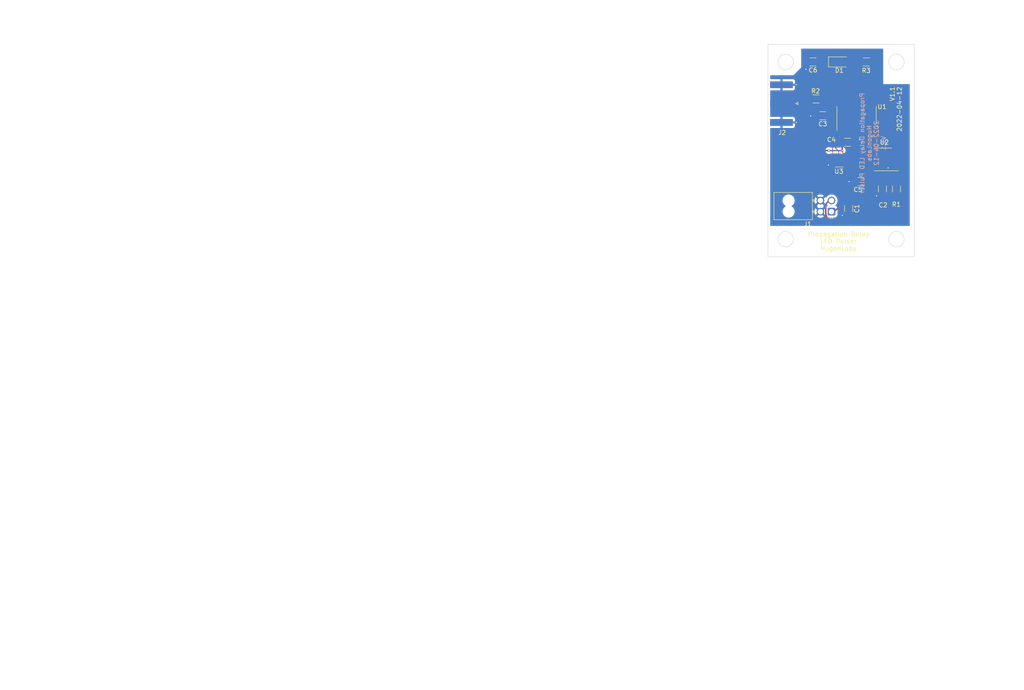
<source format=kicad_pcb>
(kicad_pcb (version 20211014) (generator pcbnew)
  (title_block (title "Propagation Delay LED Pulser") (date "2022-04-12") (rev "1.1") (company "HugonLabs"))
  (layers (0 "F.Cu" signal) (31 "B.Cu" signal) (34 "B.Paste" user) (35 "F.Paste" user) (36 "B.SilkS" user "B.Silkscreen") (37 "F.SilkS" user "F.Silkscreen") (38 "B.Mask" user) (39 "F.Mask" user) (44 "Edge.Cuts" user))
  (net 0 "")
  (net 1 "VCC")
  (net 2 "GND")
  (net 3 "Net-(D1-Pad2)")
  (net 4 "/Timer_THR")
  (net 5 "Net-(J2-Pad1)")
  (net 6 "/LED_Anode")
  (net 7 "/Timer_out")
  (net 8 "/Pulser_out")
  (net 9 "/drive_pulse_out_r")
  (net 10 "/drive_led_r")
  (net 11 "/Inv1to2")
  (net 12 "/Inv2to3")
  (net 13 "/Inv3toNand")
  (footprint "Capacitor_SMD:C_1206_3216Metric_Pad1.33x1.80mm_HandSolder" (layer "F.Cu") (at 217.41 78.712 180)
    (fp_text reference "C5" (at 0.700011 -1.825009 180) (layer "F.SilkS"))
    (fp_text value "0.1u")
    (fp_line (start -0.711252 0.91) (end 0.711252 0.91) (layer "F.SilkS") (width 0.12))
    (fp_line (start -0.711252 -0.91) (end 0.711252 -0.91) (layer "F.SilkS") (width 0.12))
    (pad "1" smd roundrect (at -1.5625 0 180) (size 1.325 1.8) (layers "F.Cu" "F.Paste" "F.Mask") (roundrect_rratio 0.188679) (net 1 "VCC"))
    (pad "2" smd roundrect (at 1.5625 0 180) (size 1.325 1.8) (layers "F.Cu" "F.Paste" "F.Mask") (roundrect_rratio 0.188679) (net 2 "GND"))
  )
  (footprint "Capacitor_SMD:C_1206_3216Metric_Pad1.33x1.80mm_HandSolder" (layer "F.Cu") (at 206.572489 51.712009 180)
    (fp_text reference "C6" (at 0 -1.85 180) (layer "F.SilkS"))
    (fp_text value "1u")
    (fp_line (start -0.711252 0.91) (end 0.711252 0.91) (layer "F.SilkS") (width 0.12))
    (fp_line (start -0.711252 -0.91) (end 0.711252 -0.91) (layer "F.SilkS") (width 0.12))
    (pad "1" smd roundrect (at -1.5625 0 180) (size 1.325 1.8) (layers "F.Cu" "F.Paste" "F.Mask") (roundrect_rratio 0.188679) (net 6 "/LED_Anode"))
    (pad "2" smd roundrect (at 1.5625 0 180) (size 1.325 1.8) (layers "F.Cu" "F.Paste" "F.Mask") (roundrect_rratio 0.188679) (net 2 "GND"))
  )
  (footprint "Capacitor_SMD:C_1206_3216Metric_Pad1.33x1.80mm_HandSolder" (layer "F.Cu") (at 214.627 84.804 -90)
    (fp_text reference "C1" (at 0 -1.85 -90) (layer "F.SilkS"))
    (fp_text value "22u")
    (fp_line (start -0.711252 0.91) (end 0.711252 0.91) (layer "F.SilkS") (width 0.12))
    (fp_line (start -0.711252 -0.91) (end 0.711252 -0.91) (layer "F.SilkS") (width 0.12))
    (pad "1" smd roundrect (at -1.5625 0 270) (size 1.325 1.8) (layers "F.Cu" "F.Paste" "F.Mask") (roundrect_rratio 0.188679) (net 1 "VCC"))
    (pad "2" smd roundrect (at 1.5625 0 270) (size 1.325 1.8) (layers "F.Cu" "F.Paste" "F.Mask") (roundrect_rratio 0.188679) (net 2 "GND"))
  )
  (footprint "Package_TO_SOT_SMD:SOT-23-5_HandSoldering" (layer "F.Cu") (at 212.509989 73.812009)
    (fp_text reference "U3" (at -0.1 2.6) (layer "F.SilkS"))
    (fp_text value "74AHC1G00")
    (fp_line (start 0.9 -1.61) (end -1.55 -1.61) (layer "F.SilkS") (width 0.12))
    (fp_line (start -0.9 1.61) (end 0.9 1.61) (layer "F.SilkS") (width 0.12))
    (pad "1" smd rect (at -1.35 -0.95) (size 1.56 0.65) (layers "F.Cu" "F.Paste" "F.Mask") (net 7 "/Timer_out"))
    (pad "2" smd rect (at -1.35 0) (size 1.56 0.65) (layers "F.Cu" "F.Paste" "F.Mask") (net 13 "/Inv3toNand"))
    (pad "3" smd rect (at -1.35 0.95) (size 1.56 0.65) (layers "F.Cu" "F.Paste" "F.Mask") (net 2 "GND"))
    (pad "4" smd rect (at 1.35 0.95) (size 1.56 0.65) (layers "F.Cu" "F.Paste" "F.Mask") (net 8 "/Pulser_out"))
    (pad "5" smd rect (at 1.35 -0.95) (size 1.56 0.65) (layers "F.Cu" "F.Paste" "F.Mask") (net 1 "VCC"))
  )
  (footprint "Capacitor_SMD:C_1206_3216Metric_Pad1.33x1.80mm_HandSolder" (layer "F.Cu") (at 222.246989 80.362009 -90)
    (fp_text reference "C2" (at 3.65 -0.138 180) (layer "F.SilkS"))
    (fp_text value "1n")
    (fp_line (start -0.711252 0.91) (end 0.711252 0.91) (layer "F.SilkS") (width 0.12))
    (fp_line (start -0.711252 -0.91) (end 0.711252 -0.91) (layer "F.SilkS") (width 0.12))
    (pad "1" smd roundrect (at -1.5625 0 270) (size 1.325 1.8) (layers "F.Cu" "F.Paste" "F.Mask") (roundrect_rratio 0.1886792453) (net 4 "/Timer_THR"))
    (pad "2" smd roundrect (at 1.5625 0 270) (size 1.325 1.8) (layers "F.Cu" "F.Paste" "F.Mask") (roundrect_rratio 0.1886792453) (net 2 "GND"))
  )
  (footprint "Capacitor_SMD:C_1206_3216Metric_Pad1.33x1.80mm_HandSolder" (layer "F.Cu") (at 214.384989 69.837009)
    (fp_text reference "C4" (at -3.65 -0.575) (layer "F.SilkS"))
    (fp_text value "0.1u")
    (fp_line (start -0.711252 -0.91) (end 0.711252 -0.91) (layer "F.SilkS") (width 0.12))
    (fp_line (start -0.711252 0.91) (end 0.711252 0.91) (layer "F.SilkS") (width 0.12))
    (pad "1" smd roundrect (at -1.5625 0) (size 1.325 1.8) (layers "F.Cu" "F.Paste" "F.Mask") (roundrect_rratio 0.188679) (net 1 "VCC"))
    (pad "2" smd roundrect (at 1.5625 0) (size 1.325 1.8) (layers "F.Cu" "F.Paste" "F.Mask") (roundrect_rratio 0.188679) (net 2 "GND"))
  )
  (footprint "Package_SO:SOIC-8_3.9x4.9mm_P1.27mm" (layer "F.Cu") (at 222.409989 73.712009 180)
    (fp_text reference "U2" (at -0.275 3.875) (layer "F.SilkS"))
    (fp_text value "ICM7555xB")
    (fp_line (start 0 2.56) (end 1.95 2.56) (layer "F.SilkS") (width 0.12))
    (fp_line (start 0 -2.56) (end -3.45 -2.56) (layer "F.SilkS") (width 0.12))
    (fp_line (start 0 2.56) (end -1.95 2.56) (layer "F.SilkS") (width 0.12))
    (fp_line (start 0 -2.56) (end 1.95 -2.56) (layer "F.SilkS") (width 0.12))
    (pad "1" smd roundrect (at -2.475 -1.905 180) (size 1.95 0.6) (layers "F.Cu" "F.Paste" "F.Mask") (net 2 "GND"))
    (pad "2" smd roundrect (at -2.475 -0.635 180) (size 1.95 0.6) (layers "F.Cu" "F.Paste" "F.Mask") (net 4 "/Timer_THR"))
    (pad "3" smd roundrect (at -2.475 0.635 180) (size 1.95 0.6) (layers "F.Cu" "F.Paste" "F.Mask") (net 7 "/Timer_out"))
    (pad "4" smd roundrect (at -2.475 1.905 180) (size 1.95 0.6) (layers "F.Cu" "F.Paste" "F.Mask") (net 1 "VCC"))
    (pad "5" smd roundrect (at 2.475 1.905 180) (size 1.95 0.6) (layers "F.Cu" "F.Paste" "F.Mask"))
    (pad "6" smd roundrect (at 2.475 0.635 180) (size 1.95 0.6) (layers "F.Cu" "F.Paste" "F.Mask") (net 4 "/Timer_THR"))
    (pad "7" smd roundrect (at 2.475 -0.635 180) (size 1.95 0.6) (layers "F.Cu" "F.Paste" "F.Mask"))
    (pad "8" smd roundrect (at 2.475 -1.905 180) (size 1.95 0.6) (layers "F.Cu" "F.Paste" "F.Mask") (net 1 "VCC"))
  )
  (footprint "Resistor_SMD:R_1206_3216Metric_Pad1.30x1.75mm_HandSolder" (layer "F.Cu") (at 207.259989 60.062009 180)
    (fp_text reference "R2" (at 0.1 1.775) (layer "F.SilkS"))
    (fp_text value "50R")
    (fp_line (start -0.727064 -0.91) (end 0.727064 -0.91) (layer "F.SilkS") (width 0.12))
    (fp_line (start -0.727064 0.91) (end 0.727064 0.91) (layer "F.SilkS") (width 0.12))
    (pad "1" smd roundrect (at -1.55 0 180) (size 1.3 1.75) (layers "F.Cu" "F.Paste" "F.Mask") (roundrect_rratio 0.1923076923) (net 9 "/drive_pulse_out_r"))
    (pad "2" smd roundrect (at 1.55 0 180) (size 1.3 1.75) (layers "F.Cu" "F.Paste" "F.Mask") (roundrect_rratio 0.1923076923) (net 5 "Net-(J2-Pad1)"))
  )
  (footprint "Connector_Molex:Molex_Nano-Fit_105314-xx04_2x02_P2.50mm_Horizontal" (layer "F.Cu") (at 210.75 85.492 180)
    (fp_text reference "J1" (at 5.365011 -2.795009) (layer "F.SilkS"))
    (fp_text value "Power/Bias In")
    (fp_line (start 4.31 -0.15) (end 3.61 -0.15) (layer "F.SilkS") (width 0.12))
    (fp_line (start 4.31 2.35) (end 3.61 2.35) (layer "F.SilkS") (width 0.12))
    (fp_line (start -0.3 -1.534264) (end 0 -1.11) (layer "F.SilkS") (width 0.12))
    (fp_line (start 4.31 2.65) (end 4.31 2.35) (layer "F.SilkS") (width 0.12))
    (fp_line (start 12.99 4.33) (end 12.99 -1.83) (layer "F.SilkS") (width 0.12))
    (fp_line (start 0.3 -1.534264) (end -0.3 -1.534264) (layer "F.SilkS") (width 0.12))
    (fp_line (start 3.61 -0.15) (end 3.61 0.15) (layer "F.SilkS") (width 0.12))
    (fp_line (start 3.61 2.65) (end 4.31 2.65) (layer "F.SilkS") (width 0.12))
    (fp_line (start 4.31 4.33) (end 12.99 4.33) (layer "F.SilkS") (width 0.12))
    (fp_line (start 4.31 0.15) (end 4.31 -0.15) (layer "F.SilkS") (width 0.12))
    (fp_line (start 3.61 0.15) (end 4.31 0.15) (layer "F.SilkS") (width 0.12))
    (fp_line (start 4.31 -1.83) (end 4.31 4.33) (layer "F.SilkS") (width 0.12))
    (fp_line (start 12.99 -1.83) (end 4.31 -1.83) (layer "F.SilkS") (width 0.12))
    (fp_line (start 0 -1.11) (end 0.3 -1.534264) (layer "F.SilkS") (width 0.12))
    (fp_line (start 3.61 2.35) (end 3.61 2.65) (layer "F.SilkS") (width 0.12))
    (pad "" np_thru_hole circle (at 9.68 0 180) (size 1.7 1.7) (drill 1.7) (layers *.Cu *.Mask))
    (pad "" np_thru_hole circle (at 9.68 2.5 180) (size 1.7 1.7) (drill 1.7) (layers *.Cu *.Mask))
    (pad "1" thru_hole roundrect (at 0 0 180) (size 1.7 1.7) (drill 1.2) (layers *.Cu *.Mask) (roundrect_rratio 0.1470588235) (net 1 "VCC"))
    (pad "2" thru_hole circle (at 0 2.5 180) (size 1.7 1.7) (drill 1.2) (layers *.Cu *.Mask) (net 6 "/LED_Anode"))
    (pad "3" thru_hole circle (at 2.5 0 180) (size 1.7 1.7) (drill 1.2) (layers *.Cu *.Mask) (net 2 "GND"))
    (pad "4" thru_hole circle (at 2.5 2.5 180) (size 1.7 1.7) (drill 1.2) (layers *.Cu *.Mask) (net 2 "GND"))
  )
  (footprint "Resistor_SMD:R_1206_3216Metric_Pad1.30x1.75mm_HandSolder" (layer "F.Cu") (at 225.409989 80.362009 -90)
    (fp_text reference "R1" (at 3.5 0.025 -180) (layer "F.SilkS"))
    (fp_text value "72K")
    (fp_line (start -0.727064 0.91) (end 0.727064 0.91) (layer "F.SilkS") (width 0.12))
    (fp_line (start -0.727064 -0.91) (end 0.727064 -0.91) (layer "F.SilkS") (width 0.12))
    (pad "1" smd roundrect (at -1.55 0 270) (size 1.3 1.75) (layers "F.Cu" "F.Paste" "F.Mask") (roundrect_rratio 0.1923076923) (net 7 "/Timer_out"))
    (pad "2" smd roundrect (at 1.55 0 270) (size 1.3 1.75) (layers "F.Cu" "F.Paste" "F.Mask") (roundrect_rratio 0.1923076923) (net 4 "/Timer_THR"))
  )
  (footprint "Capacitor_SMD:C_1206_3216Metric_Pad1.33x1.80mm_HandSolder" (layer "F.Cu") (at 208.784989 63.862009 180)
    (fp_text reference "C3" (at 0 -1.85 180) (layer "F.SilkS"))
    (fp_text value "0.1u")
    (fp_line (start -0.711252 -0.91) (end 0.711252 -0.91) (layer "F.SilkS") (width 0.12))
    (fp_line (start -0.711252 0.91) (end 0.711252 0.91) (layer "F.SilkS") (width 0.12))
    (pad "1" smd roundrect (at -1.5625 0 180) (size 1.325 1.8) (layers "F.Cu" "F.Paste" "F.Mask") (roundrect_rratio 0.188679) (net 1 "VCC"))
    (pad "2" smd roundrect (at 1.5625 0 180) (size 1.325 1.8) (layers "F.Cu" "F.Paste" "F.Mask") (roundrect_rratio 0.188679) (net 2 "GND"))
  )
  (footprint "Package_SO:SOIC-14_3.9x8.7mm_P1.27mm" (layer "F.Cu") (at 216.409989 63.712009 90)
    (fp_text reference "U1" (at 1.9 5.75 180) (layer "F.SilkS"))
    (fp_text value "74AC14")
    (fp_line (start 0 4.435) (end -1.95 4.435) (layer "F.SilkS") (width 0.12))
    (fp_line (start 0 -4.435) (end -3.45 -4.435) (layer "F.SilkS") (width 0.12))
    (fp_line (start 0 4.435) (end 1.95 4.435) (layer "F.SilkS") (width 0.12))
    (fp_line (start 0 -4.435) (end 1.95 -4.435) (layer "F.SilkS") (width 0.12))
    (pad "1" smd roundrect (at -2.475 -3.81 90) (size 1.95 0.6) (layers "F.Cu" "F.Paste" "F.Mask") (net 7 "/Timer_out"))
    (pad "2" smd roundrect (at -2.475 -2.54 90) (size 1.95 0.6) (layers "F.Cu" "F.Paste" "F.Mask") (net 11 "/Inv1to2"))
    (pad "3" smd roundrect (at -2.475 -1.27 90) (size 1.95 0.6) (layers "F.Cu" "F.Paste" "F.Mask") (net 11 "/Inv1to2"))
    (pad "4" smd roundrect (at -2.475 0 90) (size 1.95 0.6) (layers "F.Cu" "F.Paste" "F.Mask") (net 12 "/Inv2to3"))
    (pad "5" smd roundrect (at -2.475 1.27 90) (size 1.95 0.6) (layers "F.Cu" "F.Paste" "F.Mask") (net 12 "/Inv2to3"))
    (pad "6" smd roundrect (at -2.475 2.54 90) (size 1.95 0.6) (layers "F.Cu" "F.Paste" "F.Mask") (net 13 "/Inv3toNand"))
    (pad "7" smd roundrect (at -2.475 3.81 90) (size 1.95 0.6) (layers "F.Cu" "F.Paste" "F.Mask") (net 2 "GND"))
    (pad "8" smd roundrect (at 2.475 3.81 90) (size 1.95 0.6) (layers "F.Cu" "F.Paste" "F.Mask") (net 10 "/drive_led_r"))
    (pad "9" smd roundrect (at 2.475 2.54 90) (size 1.95 0.6) (layers "F.Cu" "F.Paste" "F.Mask") (net 8 "/Pulser_out"))
    (pad "10" smd roundrect (at 2.475 1.27 90) (size 1.95 0.6) (layers "F.Cu" "F.Paste" "F.Mask") (net 9 "/drive_pulse_out_r"))
    (pad "11" smd roundrect (at 2.475 0 90) (size 1.95 0.6) (layers "F.Cu" "F.Paste" "F.Mask") (net 8 "/Pulser_out"))
    (pad "12" smd roundrect (at 2.475 -1.27 90) (size 1.95 0.6) (layers "F.Cu" "F.Paste" "F.Mask") (net 9 "/drive_pulse_out_r"))
    (pad "13" smd roundrect (at 2.475 -2.54 90) (size 1.95 0.6) (layers "F.Cu" "F.Paste" "F.Mask") (net 8 "/Pulser_out"))
    (pad "14" smd roundrect (at 2.475 -3.81 90) (size 1.95 0.6) (layers "F.Cu" "F.Paste" "F.Mask") (net 1 "VCC"))
  )
  (footprint "LED_SMD:LED_1206_3216Metric_Pad1.42x1.75mm_HandSolder" (layer "F.Cu") (at 212.524489 51.712009)
    (fp_text reference "D1" (at -0.0145 1.9) (layer "F.SilkS"))
    (fp_text value "LED")
    (fp_line (start -2.46 -1.135) (end -2.46 1.135) (layer "F.SilkS") (width 0.12))
    (fp_line (start 1.6 -1.135) (end -2.46 -1.135) (layer "F.SilkS") (width 0.12))
    (fp_line (start -2.46 1.135) (end 1.6 1.135) (layer "F.SilkS") (width 0.12))
    (pad "1" smd roundrect (at -1.4875 0) (size 1.425 1.75) (layers "F.Cu" "F.Paste" "F.Mask") (roundrect_rratio 0.1754392982) (net 6 "/LED_Anode"))
    (pad "2" smd roundrect (at 1.4875 0) (size 1.425 1.75) (layers "F.Cu" "F.Paste" "F.Mask") (roundrect_rratio 0.1754392982) (net 3 "Net-(D1-Pad2)"))
  )
  (footprint "Resistor_SMD:R_1206_3216Metric_Pad1.30x1.75mm_HandSolder" (layer "F.Cu") (at 218.609989 51.712009 180)
    (fp_text reference "R3" (at 0.025 -1.95) (layer "F.SilkS"))
    (fp_text value "50R")
    (fp_line (start -0.727064 -0.91) (end 0.727064 -0.91) (layer "F.SilkS") (width 0.12))
    (fp_line (start -0.727064 0.91) (end 0.727064 0.91) (layer "F.SilkS") (width 0.12))
    (pad "1" smd roundrect (at -1.55 0 180) (size 1.3 1.75) (layers "F.Cu" "F.Paste" "F.Mask") (roundrect_rratio 0.1923076923) (net 10 "/drive_led_r"))
    (pad "2" smd roundrect (at 1.55 0 180) (size 1.3 1.75) (layers "F.Cu" "F.Paste" "F.Mask") (roundrect_rratio 0.1923076923) (net 3 "Net-(D1-Pad2)"))
  )
  (footprint "Connector_Coaxial:SMA_Amphenol_132289_EdgeMount" (layer "F.Cu") (at 199.459989 61.112009 180)
    (fp_text reference "J2" (at -0.125 -6.55 180) (layer "F.SilkS"))
    (fp_text value "Pulse Out")
    (fp_line (start -3.21 0) (end -3.71 -0.25) (layer "F.SilkS") (width 0.12))
    (fp_line (start -3.71 -0.25) (end -3.71 0.25) (layer "F.SilkS") (width 0.12))
    (fp_line (start -3.71 0.25) (end -3.21 0) (layer "F.SilkS") (width 0.12))
    (pad "1" smd rect (at 0 0 270) (size 1.5 5.08) (layers "F.Cu" "F.Paste" "F.Mask") (net 5 "Net-(J2-Pad1)"))
    (pad "2" smd rect (at 0 -4.25 270) (size 1.5 5.08) (layers "F.Cu" "F.Paste" "F.Mask") (net 2 "GND"))
    (pad "2" smd rect (at 0 4.25 270) (size 1.5 5.08) (layers "B.Cu" "B.Paste" "B.Mask") (net 2 "GND"))
    (pad "2" smd rect (at 0 -4.25 270) (size 1.5 5.08) (layers "B.Cu" "B.Paste" "B.Mask") (net 2 "GND"))
    (pad "2" smd rect (at 0 4.25 270) (size 1.5 5.08) (layers "F.Cu" "F.Paste" "F.Mask") (net 2 "GND"))
  )
  (gr_circle (center 200.41 51.712) (end 202.16 51.712) (layer "Edge.Cuts") (width 0.1) (fill none))
  (gr_circle (center 200.41 91.712) (end 202.16 91.712) (layer "Edge.Cuts") (width 0.1) (fill none))
  (gr_circle (center 225.41 91.712) (end 227.16 91.712) (layer "Edge.Cuts") (width 0.1) (fill none))
  (gr_rect (start 196.41 95.712) (end 229.41 47.712) (layer "Edge.Cuts") (width 0.1) (fill none))
  (gr_circle (center 225.41 51.712) (end 227.16 51.712) (layer "Edge.Cuts") (width 0.1) (fill none))
  (gr_text "Propagation Delay LED Pulser\nHugonLabs\n2022-04-12\nV1.1" (at 220.08498 70.062014 90) (layer "B.SilkS") (effects (font (size 1 1)) (justify mirror)))
  (gr_text "V1.1\n2022-04-12" (at 225.284989 57.212009 90) (layer "F.SilkS") (effects (font (size 1 1)) (justify right)))
  (gr_text "Propagation Delay\nLED Pulser\nHugonLabs" (at 212.309989 92.187014) (layer "F.SilkS") (effects (font (size 1 1))))
  (segment (start 207.159989 71.712009) (end 207.159989 71.462009) (width 0.3048) (layer "F.Cu") (net 1))
  (segment (start 216.638822 82.408176) (end 218.009068 81.03793) (width 0.3048) (layer "F.Cu") (net 1))
  (segment (start 213.159989 71.712009) (end 213.159989 70.651806) (width 0.3048) (layer "F.Cu") (net 1))
  (segment (start 208.715624 67.706374) (end 209.084989 67.337009) (width 0.3048) (layer "F.Cu") (net 1))
  (segment (start 224.039989 70.962009) (end 219.409989 70.962009) (width 0.1524) (layer "F.Cu") (net 1))
  (segment (start 218.409989 71.962009) (end 218.409989 74.587009) (width 0.1524) (layer "F.Cu") (net 1))
  (segment (start 207.159989 74.797796) (end 207.159989 71.712009) (width 0.3048) (layer "F.Cu") (net 1))
  (segment (start 219.496324 75.617009) (end 219.934989 75.617009) (width 0.1524) (layer "F.Cu") (net 1))
  (segment (start 214.20198 83.254) (end 208.159989 77.212009) (width 0.3048) (layer "F.Cu") (net 1))
  (segment (start 214.627 83.254) (end 214.20198 83.254) (width 0.3048) (layer "F.Cu") (net 1))
  (segment (start 207.159989 71.712009) (end 210.159989 71.712009) (width 0.3048) (layer "F.Cu") (net 1))
  (segment (start 213.478187 72.480207) (end 213.859989 72.862009) (width 0.3048) (layer "F.Cu") (net 1))
  (segment (start 218.675154 75.227174) (end 218.759989 75.312009) (width 0.1524) (layer "F.Cu") (net 1))
  (segment (start 218.9725 77.940662) (end 218.9725 78.712) (width 0.3048) (layer "F.Cu") (net 1))
  (segment (start 212.904526 83.967472) (end 211.825475 85.046523) (width 0.3048) (layer "F.Cu") (net 1))
  (segment (start 212.599989 61.237009) (end 210.610887 63.226111) (width 0.3048) (layer "F.Cu") (net 1))
  (segment (start 210.347489 64.289065) (end 210.347489 63.862009) (width 0.3048) (layer "F.Cu") (net 1))
  (via (at 210.159989 71.712009) (size 0.508) (drill 0.254) (layers "F.Cu" "B.Cu") (net 1))
  (via (at 213.159989 71.712009) (size 0.508) (drill 0.254) (layers "F.Cu" "B.Cu") (net 1))
  (arc (start 218.409989 74.587009) (mid 218.478903 74.933464) (end 218.675154 75.227174) (width 0.1524) (layer "F.Cu") (net 1))
  (arc (start 224.884989 71.807009) (mid 224.637494 71.209504) (end 224.039989 70.962009) (width 0.1524) (layer "F.Cu") (net 1))
  (arc (start 218.759989 75.312009) (mid 219.097822 75.537742) (end 219.496324 75.617009) (width 0.1524) (layer "F.Cu") (net 1))
  (arc (start 207.159989 71.462009) (mid 207.564285 69.429474) (end 208.715624 67.706374) (width 0.3048) (layer "F.Cu") (net 1))
  (arc (start 213.159989 71.712009) (mid 213.242686 72.127755) (end 213.478187 72.480207) (width 0.3048) (layer "F.Cu") (net 1))
  (arc (start 214.627 83.2415) (mid 215.71579 83.024926) (end 216.638822 82.408176) (width 0.3048) (layer "F.Cu") (net 1))
  (arc (start 211.825475 85.046523) (mid 211.332043 85.376224) (end 210.75 85.492) (width 0.3048) (layer "F.Cu") (net 1))
  (arc (start 213.159989 70.651806) (mid 213.072276 70.210841) (end 212.822489 69.837009) (width 0.3048) (layer "F.Cu") (net 1))
  (arc (start 208.159989 77.212009) (mid 207.41988 76.104359) (end 207.159989 74.797796) (width 0.3048) (layer "F.Cu") (net 1))
  (arc (start 210.610887 63.226111) (mid 210.415944 63.517863) (end 210.347489 63.862009) (width 0.3048) (layer "F.Cu") (net 1))
  (arc (start 219.934989 75.617009) (mid 219.222643 76.68311) (end 218.9725 77.940662) (width 0.3048) (layer "F.Cu") (net 1))
  (arc (start 218.009068 81.03793) (mid 218.722112 79.970784) (end 218.9725 78.712) (width 0.3048) (layer "F.Cu") (net 1))
  (arc (start 214.627 83.254) (mid 213.694804 83.439425) (end 212.904526 83.967472) (width 0.3048) (layer "F.Cu") (net 1))
  (arc (start 209.084989 67.337009) (mid 210.019376 65.9386) (end 210.347489 64.289065) (width 0.3048) (layer "F.Cu") (net 1))
  (arc (start 219.409989 70.962009) (mid 218.702882 71.254902) (end 218.409989 71.962009) (width 0.1524) (layer "F.Cu") (net 1))
  (segment (start 210.159989 71.712009) (end 213.159989 71.712009) (width 0.3048) (layer "B.Cu") (net 1))
  (segment (start 222.246989 81.924509) (end 220.965166 81.924509) (width 0.3048) (layer "F.Cu") (net 2))
  (segment (start 220.219989 66.187009) (end 221.009989 66.187009) (width 0.3048) (layer "F.Cu") (net 2))
  (segment (start 213.604324 86.354) (end 214.627 86.354) (width 0.3048) (layer "F.Cu") (net 2))
  (segment (start 216.865059 69.456939) (end 217.084989 69.237009) (width 0.3048) (layer "F.Cu") (net 2))
  (segment (start 205.009989 51.712009) (end 205.009989 53.337009) (width 0.3048) (layer "F.Cu") (net 2))
  (segment (start 199.459989 65.362009) (end 202.749634 65.362009) (width 0.3048) (layer "F.Cu") (net 2))
  (segment (start 202.784989 56.812009) (end 199.580699 56.812009) (width 0.3048) (layer "F.Cu") (net 2))
  (segment (start 215.8475 78.712) (end 214.73501 78.712) (width 0.3048) (layer "F.Cu") (net 2))
  (segment (start 213.604324 86.354) (end 213.229324 86.354) (width 0.3048) (layer "F.Cu") (net 2))
  (segment (start 205.009989 53.337009) (end 204.984989 53.362009) (width 0.3048) (layer "F.Cu") (net 2))
  (segment (start 224.884989 75.617009) (end 223.77206 75.617009) (width 0.3048) (layer "F.Cu") (net 2))
  (segment (start 223.759989 75.612009) (end 223.534989 75.612009) (width 0.3048) (layer "F.Cu") (net 2))
  (segment (start 211.159989 74.762009) (end 210.578187 74.762009) (width 0.3048) (layer "F.Cu") (net 2))
  (segment (start 207.222489 63.862009) (end 206.120344 63.862009) (width 0.3048) (layer "F.Cu") (net 2))
  (via (at 221.009989 66.187009) (size 0.508) (drill 0.254) (layers "F.Cu" "B.Cu") (net 2))
  (via (at 213.209989 86.362009) (size 0.508) (drill 0.254) (layers "F.Cu" "B.Cu") (net 2))
  (via (at 206.059989 63.887009) (size 0.508) (drill 0.254) (layers "F.Cu" "B.Cu") (net 2))
  (via (at 217.084989 69.237009) (size 0.508) (drill 0.254) (layers "F.Cu" "B.Cu") (net 2))
  (via (at 210.034989 74.987009) (size 0.508) (drill 0.254) (layers "F.Cu" "B.Cu") (net 2))
  (via (at 202.784989 56.812009) (size 0.508) (drill 0.254) (layers "F.Cu" "B.Cu") (net 2))
  (via (at 214.734989 78.712009) (size 0.508) (drill 0.254) (layers "F.Cu" "B.Cu") (net 2))
  (via (at 204.984989 53.362009) (size 0.508) (drill 0.254) (layers "F.Cu" "B.Cu") (net 2))
  (via (at 220.934989 81.912009) (size 0.508) (drill 0.254) (layers "F.Cu" "B.Cu") (net 2))
  (via (at 202.809989 65.337009) (size 0.508) (drill 0.254) (layers "F.Cu" "B.Cu") (net 2))
  (via (at 223.534989 75.612009) (size 0.508) (drill 0.254) (layers "F.Cu" "B.Cu") (net 2))
  (arc (start 220.965166 81.924509) (mid 220.948834 81.92126) (end 220.934989 81.912009) (width 0.3048) (layer "F.Cu") (net 2))
  (arc (start 210.578187 74.762009) (mid 210.284211 74.820485) (end 210.034989 74.987009) (width 0.3048) (layer "F.Cu") (net 2))
  (arc (start 214.73501 78.712) (mid 214.734999 78.712002) (end 214.734989 78.712009) (width 0.3048) (layer "F.Cu") (net 2))
  (arc (start 202.749634 65.362009) (mid 202.782298 65.355511) (end 202.809989 65.337009) (width 0.3048) (layer "F.Cu") (net 2))
  (arc (start 223.77206 75.617009) (mid 223.765527 75.61571) (end 223.759989 75.612009) (width 0.3048) (layer "F.Cu") (net 2))
  (arc (start 206.120344 63.862009) (mid 206.08768 63.868506) (end 206.059989 63.887009) (width 0.3048) (layer "F.Cu") (net 2))
  (arc (start 213.229324 86.354) (mid 213.21886 86.356081) (end 213.209989 86.362009) (width 0.3048) (layer "F.Cu") (net 2))
  (arc (start 199.580699 56.812009) (mid 199.515371 56.825003) (end 199.459989 56.862009) (width 0.3048) (layer "F.Cu") (net 2))
  (arc (start 215.947489 69.837009) (mid 216.444074 69.738232) (end 216.865059 69.456939) (width 0.3048) (layer "F.Cu") (net 2))
  (segment (start 217.059989 51.712009) (end 214.011989 51.712009) (width 0.3048) (layer "F.Cu") (net 3))
  (segment (start 221.126942 73.077) (end 219.935 73.077) (width 0.3048) (layer "F.Cu") (net 4))
  (segment (start 225.32378 81.8763) (end 222.246989 78.799509) (width 0.3048) (layer "F.Cu") (net 4))
  (segment (start 222.247 74.124998) (end 222.247 78.799498) (width 0.3048) (layer "F.Cu") (net 4))
  (segment (start 224.885 74.347) (end 224.192992 74.347) (width 0.3048) (layer "F.Cu") (net 4))
  (arc (start 222.247 74.124998) (mid 222.367962 73.832971) (end 222.659989 73.712009) (width 0.3048) (layer "F.Cu") (net 4))
  (arc (start 224.192992 74.347) (mid 223.363337 74.181971) (end 222.659989 73.712009) (width 0.3048) (layer "F.Cu") (net 4))
  (arc (start 222.659989 73.712009) (mid 221.956621 73.242033) (end 221.126942 73.077) (width 0.3048) (layer "F.Cu") (net 4))
  (arc (start 225.409989 81.912009) (mid 225.363333 81.902729) (end 225.32378 81.8763) (width 0.3048) (layer "F.Cu") (net 4))
  (arc (start 222.247 78.799498) (mid 222.246997 78.799506) (end 222.246989 78.799509) (width 0.3048) (layer "F.Cu") (net 4))
  (segment (start 204.659989 61.112009) (end 199.459989 61.112009) (width 0.3048) (layer "F.Cu") (net 5))
  (arc (start 205.709989 60.062009) (mid 205.402451 60.804471) (end 204.659989 61.112009) (width 0.3048) (layer "F.Cu") (net 5))
  (segment (start 223.309989 88.162009) (end 212.009989 88.162009) (width 0.3048) (layer "F.Cu") (net 6))
  (segment (start 212.609989 49.612009) (end 220.859989 49.612009) (width 0.3048) (layer "F.Cu") (net 6))
  (segment (start 208.134989 51.712009) (end 211.036989 51.712009) (width 0.3048) (layer "F.Cu") (net 6))
  (segment (start 209.459989 85.612009) (end 209.459989 84.282011) (width 0.3048) (layer "F.Cu") (net 6))
  (segment (start 211.036989 51.712009) (end 211.036989 51.185009) (width 0.3048) (layer "F.Cu") (net 6))
  (segment (start 221.859989 50.612009) (end 221.859989 57.162009) (width 0.3048) (layer "F.Cu") (net 6))
  (segment (start 227.659989 62.962009) (end 227.659989 83.812009) (width 0.3048) (layer "F.Cu") (net 6))
  (arc (start 220.859989 49.612009) (mid 221.567096 49.904902) (end 221.859989 50.612009) (width 0.3048) (layer "F.Cu") (net 6))
  (arc (start 211.036989 51.185009) (mid 211.49771 50.07273) (end 212.609989 49.612009) (width 0.3048) (layer "F.Cu") (net 6))
  (arc (start 224.259989 59.562009) (mid 226.664152 60.557846) (end 227.659989 62.962009) (width 0.3048) (layer "F.Cu") (net 6))
  (arc (start 209.459989 84.282011) (mid 209.837824 83.369835) (end 210.75 82.992) (width 0.3048) (layer "F.Cu") (net 6))
  (arc (start 221.859989 57.162009) (mid 222.562933 58.859065) (end 224.259989 59.562009) (width 0.3048) (layer "F.Cu") (net 6))
  (arc (start 212.009989 88.162009) (mid 210.206867 87.415131) (end 209.459989 85.612009) (width 0.3048) (layer "F.Cu") (net 6))
  (arc (start 227.659989 83.812009) (mid 226.385903 86.887923) (end 223.309989 88.162009) (width 0.3048) (layer "F.Cu") (net 6))
  (segment (start 214.009989 76.162009) (end 210.459989 76.162009) (width 0.1524) (layer "F.Cu") (net 7))
  (segment (start 225.173593 70.412009) (end 219.334253 70.412009) (width 0.1524) (layer "F.Cu") (net 7))
  (segment (start 211.859989 66.862009) (end 212.489027 66.232971) (width 0.1524) (layer "F.Cu") (net 7))
  (segment (start 210.984989 72.439522) (end 210.984989 68.974445) (width 0.1524) (layer "F.Cu") (net 7))
  (segment (start 217.909989 71.836273) (end 217.909989 72.262009) (width 0.1524) (layer "F.Cu") (net 7))
  (segment (start 226.509989 73.712009) (end 226.509989 77.712009) (width 0.1524) (layer "F.Cu") (net 7))
  (segment (start 224.884989 73.077009) (end 225.874989 73.077009) (width 0.1524) (layer "F.Cu") (net 7))
  (segment (start 211.059989 72.862009) (end 211.159989 72.862009) (width 0.1524) (layer "F.Cu") (net 7))
  (segment (start 224.885 73.077) (end 225.308113 73.077) (width 0.1524) (layer "F.Cu") (net 7))
  (segment (start 226.459989 72.299877) (end 226.459989 71.344851) (width 0.1524) (layer "F.Cu") (net 7))
  (arc (start 226.259989 70.862009) (mid 225.761546 70.52896) (end 225.173593 70.412009) (width 0.1524) (layer "F.Cu") (net 7))
  (arc (start 226.459989 71.344851) (mid 226.40801 71.083539) (end 226.259989 70.862009) (width 0.1524) (layer "F.Cu") (net 7))
  (arc (start 219.334253 70.412009) (mid 218.327146 70.829166) (end 217.909989 71.836273) (width 0.1524) (layer "F.Cu") (net 7))
  (arc (start 209.109989 74.812009) (mid 209.681131 73.433151) (end 211.059989 72.862009) (width 0.1524) (layer "F.Cu") (net 7))
  (arc (start 210.984989 68.974445) (mid 211.212394 67.831203) (end 211.859989 66.862009) (width 0.1524) (layer "F.Cu") (net 7))
  (arc (start 226.509989 77.712009) (mid 226.187806 78.489826) (end 225.409989 78.812009) (width 0.1524) (layer "F.Cu") (net 7))
  (arc (start 225.874989 73.077009) (mid 226.324002 73.262996) (end 226.509989 73.712009) (width 0.1524) (layer "F.Cu") (net 7))
  (arc (start 225.308113 73.077) (mid 225.850324 72.969147) (end 226.309989 72.662009) (width 0.1524) (layer "F.Cu") (net 7))
  (arc (start 210.459989 76.162009) (mid 209.505395 75.766603) (end 209.109989 74.812009) (width 0.1524) (layer "F.Cu") (net 7))
  (arc (start 226.309989 72.662009) (mid 226.421005 72.495861) (end 226.459989 72.299877) (width 0.1524) (layer "F.Cu") (net 7))
  (arc (start 212.489027 66.232971) (mid 212.539936 66.198954) (end 212.599989 66.187009) (width 0.1524) (layer "F.Cu") (net 7))
  (arc (start 217.909989 72.262009) (mid 216.767705 75.019725) (end 214.009989 76.162009) (width 0.1524) (layer "F.Cu") (net 7))
  (arc (start 211.159989 72.862009) (mid 211.03047 72.668171) (end 210.984989 72.439522) (width 0.1524) (layer "F.Cu") (net 7))
  (segment (start 215.259989 73.712009) (end 215.259989 73.512009) (width 0.1524) (layer "F.Cu") (net 8))
  (segment (start 221.209989 63.662009) (end 218.835009 63.662009) (width 0.1524) (layer "F.Cu") (net 8))
  (segment (start 213.859989 74.762009) (end 214.209989 74.762009) (width 0.1524) (layer "F.Cu") (net 8))
  (segment (start 215.560509 72.786488) (end 218.209989 70.137009) (width 0.1524) (layer "F.Cu") (net 8))
  (segment (start 218.835009 63.662009) (end 216.295009 63.662009) (width 0.1524) (layer "F.Cu") (net 8))
  (segment (start 222.409989 67.400613) (end 222.409989 64.862009) (width 0.1524) (layer "F.Cu") (net 8))
  (segment (start 218.209989 70.137009) (end 218.351105 69.995893) (width 0.1524) (layer "F.Cu") (net 8))
  (segment (start 221.93603 68.510968) (end 221.959989 68.487009) (width 0.1524) (layer "F.Cu") (net 8))
  (arc (start 215.259989 73.512009) (mid 215.338092 73.11936) (end 215.560509 72.786488) (width 0.1524) (layer "F.Cu") (net 8))
  (arc (start 222.409989 64.862009) (mid 222.058517 64.013481) (end 221.209989 63.662009) (width 0.1524) (layer "F.Cu") (net 8))
  (arc (start 218.835009 63.662009) (mid 217.120269 62.95174) (end 216.41 61.237) (width 0.1524) (layer "F.Cu") (net 8))
  (arc (start 216.295009 63.662009) (mid 214.580269 62.95174) (end 213.87 61.237) (width 0.1524) (layer "F.Cu") (net 8))
  (arc (start 218.351105 69.995893) (mid 219.330139 69.341723) (end 220.484989 69.112009) (width 0.1524) (layer "F.Cu") (net 8))
  (arc (start 221.209989 63.662009) (mid 219.611935 63.000074) (end 218.95 61.40202) (width 0.1524) (layer "F.Cu") (net 8))
  (arc (start 221.959989 68.487009) (mid 222.293038 67.988566) (end 222.409989 67.400613) (width 0.1524) (layer "F.Cu") (net 8))
  (arc (start 214.209989 74.762009) (mid 214.952451 74.454471) (end 215.259989 73.712009) (width 0.1524) (layer "F.Cu") (net 8))
  (arc (start 220.484989 69.112009) (mid 221.270287 68.955804) (end 221.93603 68.510968) (width 0.1524) (layer "F.Cu") (net 8))
  (segment (start 214.109989 59.762009) (end 209.109989 59.762009) (width 0.3048) (layer "F.Cu") (net 9))
  (segment (start 217.68 60.826005) (end 217.68 60.33202) (width 0.3048) (layer "F.Cu") (net 9))
  (segment (start 217.109989 59.762009) (end 216.009989 59.762009) (width 0.3048) (layer "F.Cu") (net 9))
  (segment (start 215.14 60.631998) (end 215.14 60.79202) (width 0.3048) (layer "F.Cu") (net 9))
  (arc (start 215.14 60.79202) (mid 214.838317 60.063692) (end 214.109989 59.762009) (width 0.3048) (layer "F.Cu") (net 9))
  (arc (start 217.68 60.33202) (mid 217.513048 59.928961) (end 217.109989 59.762009) (width 0.3048) (layer "F.Cu") (net 9))
  (arc (start 209.109989 59.762009) (mid 208.897857 59.849877) (end 208.809989 60.062009) (width 0.3048) (layer "F.Cu") (net 9))
  (arc (start 216.009989 59.762009) (mid 215.394814 60.016823) (end 215.14 60.631998) (width 0.3048) (layer "F.Cu") (net 9))
  (segment (start 220.22 61.237) (end 220.22 51.856888) (width 0.3048) (layer "F.Cu") (net 10))
  (arc (start 220.22 51.856888) (mid 220.204404 51.77848) (end 220.159989 51.712009) (width 0.3048) (layer "F.Cu") (net 10))
  (segment (start 213.87 66.187) (end 215.14 66.187) (width 0.3048) (layer "F.Cu") (net 11))
  (segment (start 216.41 66.187) (end 217.68 66.187) (width 0.3048) (layer "F.Cu") (net 12))
  (segment (start 211.219304 73.812009) (end 211.159989 73.812009) (width 0.1524) (layer "F.Cu") (net 13))
  (segment (start 212.359989 72.137009) (end 212.359989 73.126654) (width 0.1524) (layer "F.Cu") (net 13))
  (segment (start 211.652667 71.129686) (end 211.809989 71.287009) (width 0.1524) (layer "F.Cu") (net 13))
  (segment (start 218.949989 66.187009) (end 218.949989 66.391913) (width 0.1524) (layer "F.Cu") (net 13))
  (segment (start 212.281956 73.315042) (end 212.184989 73.412009) (width 0.1524) (layer "F.Cu") (net 13))
  (segment (start 211.809989 71.287009) (end 212.147857 71.624877) (width 0.1524) (layer "F.Cu") (net 13))
  (segment (start 217.887502 68.112009) (end 212.509253 68.112009) (width 0.1524) (layer "F.Cu") (net 13))
  (segment (start 211.634989 68.774141) (end 211.634989 71.087009) (width 0.1524) (layer "F.Cu") (net 13))
  (arc (start 212.359989 73.126654) (mid 212.339709 73.228609) (end 212.281956 73.315042) (width 0.1524) (layer "F.Cu") (net 13))
  (arc (start 218.949989 66.391913) (mid 218.783658 67.228113) (end 218.309989 67.937009) (width 0.1524) (layer "F.Cu") (net 13))
  (arc (start 212.147857 71.624877) (mid 212.304857 71.859845) (end 212.359989 72.137009) (width 0.1524) (layer "F.Cu") (net 13))
  (arc (start 212.509253 68.112009) (mid 212.117285 68.189976) (end 211.784989 68.412009) (width 0.1524) (layer "F.Cu") (net 13))
  (arc (start 211.784989 68.412009) (mid 211.673973 68.578156) (end 211.634989 68.774141) (width 0.1524) (layer "F.Cu") (net 13))
  (arc (start 211.634989 71.087009) (mid 211.639583 71.110106) (end 211.652667 71.129686) (width 0.1524) (layer "F.Cu") (net 13))
  (arc (start 218.309989 67.937009) (mid 218.11615 68.066528) (end 217.887502 68.112009) (width 0.1524) (layer "F.Cu") (net 13))
  (arc (start 212.184989 73.412009) (mid 211.741929 73.708053) (end 211.219304 73.812009) (width 0.1524) (layer "F.Cu") (net 13))
  (zone (net 2) (net_name "GND") (layer "B.Cu") (name "GND Plane") (connect_pads (clearance 0.508)) (min_thickness 0.254) (fill yes (thermal_gap 0.508) (thermal_bridge_width 0.508))
    (polygon (pts (xy 222.409989 56.712009) (xy 228.409989 56.712009) (xy 228.409989 88.712009) (xy 196.909989 88.712009) (xy 196.909989 54.712009) (xy 202.159989 54.712009) (xy 203.909989 52.962009) (xy 203.909989 48.712009) (xy 222.409989 48.712009)))
  )
)
</source>
